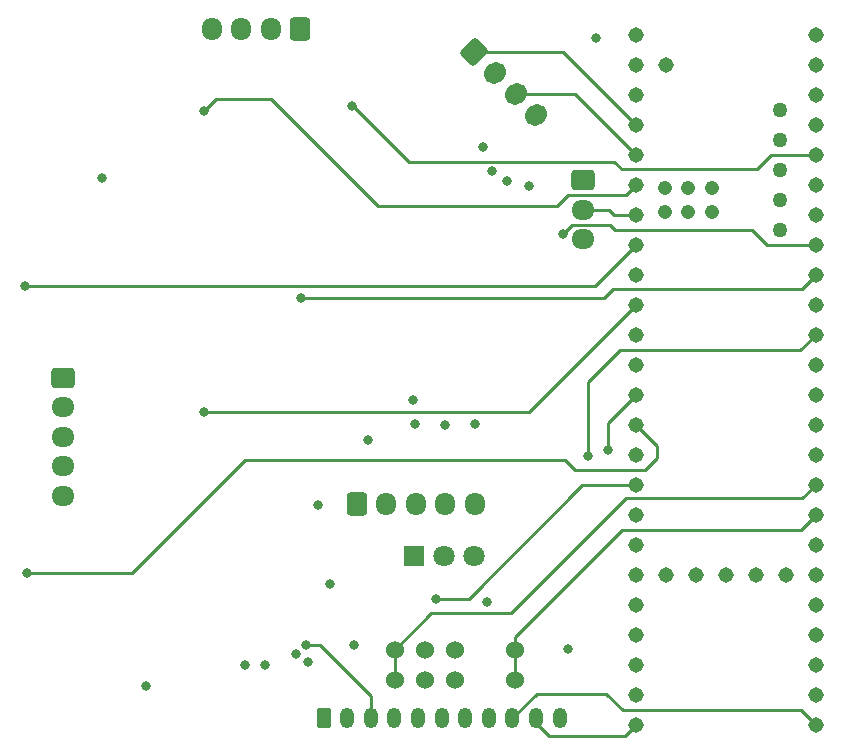
<source format=gbr>
%TF.GenerationSoftware,KiCad,Pcbnew,(5.99.0-12548-gc9aebb8529)*%
%TF.CreationDate,2021-09-28T22:04:13-04:00*%
%TF.ProjectId,TeensyWheel,5465656e-7379-4576-9865-656c2e6b6963,rev?*%
%TF.SameCoordinates,Original*%
%TF.FileFunction,Copper,L2,Inr*%
%TF.FilePolarity,Positive*%
%FSLAX46Y46*%
G04 Gerber Fmt 4.6, Leading zero omitted, Abs format (unit mm)*
G04 Created by KiCad (PCBNEW (5.99.0-12548-gc9aebb8529)) date 2021-09-28 22:04:13*
%MOMM*%
%LPD*%
G01*
G04 APERTURE LIST*
G04 Aperture macros list*
%AMRoundRect*
0 Rectangle with rounded corners*
0 $1 Rounding radius*
0 $2 $3 $4 $5 $6 $7 $8 $9 X,Y pos of 4 corners*
0 Add a 4 corners polygon primitive as box body*
4,1,4,$2,$3,$4,$5,$6,$7,$8,$9,$2,$3,0*
0 Add four circle primitives for the rounded corners*
1,1,$1+$1,$2,$3*
1,1,$1+$1,$4,$5*
1,1,$1+$1,$6,$7*
1,1,$1+$1,$8,$9*
0 Add four rect primitives between the rounded corners*
20,1,$1+$1,$2,$3,$4,$5,0*
20,1,$1+$1,$4,$5,$6,$7,0*
20,1,$1+$1,$6,$7,$8,$9,0*
20,1,$1+$1,$8,$9,$2,$3,0*%
%AMHorizOval*
0 Thick line with rounded ends*
0 $1 width*
0 $2 $3 position (X,Y) of the first rounded end (center of the circle)*
0 $4 $5 position (X,Y) of the second rounded end (center of the circle)*
0 Add line between two ends*
20,1,$1,$2,$3,$4,$5,0*
0 Add two circle primitives to create the rounded ends*
1,1,$1,$2,$3*
1,1,$1,$4,$5*%
G04 Aperture macros list end*
%TA.AperFunction,ComponentPad*%
%ADD10R,1.800000X1.800000*%
%TD*%
%TA.AperFunction,ComponentPad*%
%ADD11C,1.800000*%
%TD*%
%TA.AperFunction,ComponentPad*%
%ADD12C,1.524000*%
%TD*%
%TA.AperFunction,ComponentPad*%
%ADD13RoundRect,0.250000X-0.600000X-0.725000X0.600000X-0.725000X0.600000X0.725000X-0.600000X0.725000X0*%
%TD*%
%TA.AperFunction,ComponentPad*%
%ADD14O,1.700000X1.950000*%
%TD*%
%TA.AperFunction,ComponentPad*%
%ADD15RoundRect,0.250000X-0.936916X-0.088388X-0.088388X-0.936916X0.936916X0.088388X0.088388X0.936916X0*%
%TD*%
%TA.AperFunction,ComponentPad*%
%ADD16HorizOval,1.700000X-0.088388X-0.088388X0.088388X0.088388X0*%
%TD*%
%TA.AperFunction,ComponentPad*%
%ADD17RoundRect,0.250000X-0.350000X-0.625000X0.350000X-0.625000X0.350000X0.625000X-0.350000X0.625000X0*%
%TD*%
%TA.AperFunction,ComponentPad*%
%ADD18O,1.200000X1.750000*%
%TD*%
%TA.AperFunction,ComponentPad*%
%ADD19RoundRect,0.250000X0.600000X0.725000X-0.600000X0.725000X-0.600000X-0.725000X0.600000X-0.725000X0*%
%TD*%
%TA.AperFunction,ComponentPad*%
%ADD20C,1.308000*%
%TD*%
%TA.AperFunction,ComponentPad*%
%ADD21C,1.258000*%
%TD*%
%TA.AperFunction,ComponentPad*%
%ADD22C,1.208000*%
%TD*%
%TA.AperFunction,ComponentPad*%
%ADD23RoundRect,0.250000X-0.725000X0.600000X-0.725000X-0.600000X0.725000X-0.600000X0.725000X0.600000X0*%
%TD*%
%TA.AperFunction,ComponentPad*%
%ADD24O,1.950000X1.700000*%
%TD*%
%TA.AperFunction,ViaPad*%
%ADD25C,0.800000*%
%TD*%
%TA.AperFunction,Conductor*%
%ADD26C,0.250000*%
%TD*%
G04 APERTURE END LIST*
D10*
%TO.N,Net-(D1-Pad1)*%
%TO.C,D1*%
X84930000Y-145220000D03*
D11*
%TO.N,+3V3*%
X87470000Y-145220000D03*
%TO.N,Net-(D1-Pad3)*%
X90010000Y-145220000D03*
%TD*%
D12*
%TO.N,/SENSE_LOW*%
%TO.C,SW5*%
X83290000Y-155710000D03*
%TO.N,/SENSE_MED*%
X85830000Y-155710000D03*
%TO.N,GND*%
X88370000Y-155710000D03*
%TO.N,/SENSE_HIGH*%
X93450000Y-155710000D03*
%TO.N,/SENSE_LOW*%
X83290000Y-153170000D03*
%TO.N,/SENSE_MED*%
X85830000Y-153170000D03*
%TO.N,GND*%
X88370000Y-153170000D03*
%TO.N,/SENSE_HIGH*%
X93450000Y-153170000D03*
%TD*%
D13*
%TO.N,+3V3*%
%TO.C,J5*%
X80080000Y-140820000D03*
D14*
%TO.N,Net-(J5-Pad2)*%
X82580000Y-140820000D03*
%TO.N,Net-(J5-Pad3)*%
X85080000Y-140820000D03*
%TO.N,Net-(J5-Pad4)*%
X87580000Y-140820000D03*
%TO.N,Net-(J5-Pad5)*%
X90080000Y-140820000D03*
%TD*%
D15*
%TO.N,/BRAKE*%
%TO.C,J2*%
X90006218Y-102570482D03*
D16*
%TO.N,+3.3VA*%
X91773985Y-104338249D03*
%TO.N,/ACCEL*%
X93541752Y-106106016D03*
%TO.N,GND*%
X95309519Y-107873783D03*
%TD*%
D17*
%TO.N,GND*%
%TO.C,J3*%
X77280000Y-158940000D03*
D18*
%TO.N,+5V*%
X79280000Y-158940000D03*
%TO.N,/VIB_1_T*%
X81280000Y-158940000D03*
%TO.N,/VIB_2_T*%
X83280000Y-158940000D03*
%TO.N,/PAD_R*%
X85280000Y-158940000D03*
%TO.N,/PAD_L*%
X87280000Y-158940000D03*
%TO.N,/BTN_3*%
X89280000Y-158940000D03*
%TO.N,/BTN_1*%
X91280000Y-158940000D03*
%TO.N,/BTN_2*%
X93280000Y-158940000D03*
%TO.N,/BTN_4*%
X95280000Y-158940000D03*
%TO.N,GND*%
X97280000Y-158940000D03*
%TD*%
D19*
%TO.N,/GEAR_DOWN*%
%TO.C,J6*%
X75330000Y-100600000D03*
D14*
%TO.N,/GEAR_UP*%
X72830000Y-100600000D03*
%TO.N,/GEAR_REV*%
X70330000Y-100600000D03*
%TO.N,GND*%
X67830000Y-100600000D03*
%TD*%
D20*
%TO.N,/GEAR_DOWN*%
%TO.C,U1*%
X118970000Y-103630000D03*
%TO.N,/GEAR_UP*%
X118970000Y-106170000D03*
%TO.N,/GEAR_REV*%
X118970000Y-108710000D03*
%TO.N,/BTN_12*%
X118970000Y-111250000D03*
%TO.N,+3V3*%
X118970000Y-136650000D03*
X103730000Y-106170000D03*
X113890000Y-146810000D03*
%TO.N,/BTN_8*%
X118970000Y-113790000D03*
%TO.N,/BTN_7*%
X118970000Y-116330000D03*
D21*
%TO.N,/VUSB*%
X115920000Y-107440000D03*
D20*
%TO.N,/BTN_6*%
X118970000Y-118870000D03*
%TO.N,/DP_UP*%
X118970000Y-121410000D03*
%TO.N,/DP_RIGHT*%
X118970000Y-123950000D03*
%TO.N,/BTN_MODE*%
X118970000Y-126490000D03*
%TO.N,/LED1*%
X118970000Y-129030000D03*
%TO.N,/LED3*%
X118970000Y-131570000D03*
%TO.N,/LEDG*%
X118970000Y-134110000D03*
%TO.N,/BTN_9*%
X103730000Y-134110000D03*
%TO.N,/LED4*%
X103730000Y-131570000D03*
%TO.N,/LED2*%
X103730000Y-129030000D03*
%TO.N,/DP_DOWN*%
X103730000Y-126490000D03*
%TO.N,/DP_LEFT*%
X103730000Y-123950000D03*
%TO.N,unconnected-(U1-Pad18)*%
X103730000Y-121410000D03*
%TO.N,/BTN_5*%
X103730000Y-118870000D03*
%TO.N,/WHEEL*%
X103730000Y-116330000D03*
%TO.N,/BTN_11*%
X103730000Y-113790000D03*
%TO.N,/ACCEL*%
X103730000Y-111250000D03*
%TO.N,/BRAKE*%
X103730000Y-108710000D03*
%TO.N,/SENSE_LOW*%
X118970000Y-139190000D03*
%TO.N,/SENSE_HIGH*%
X118970000Y-141730000D03*
%TO.N,unconnected-(U1-Pad26)*%
X118970000Y-144270000D03*
%TO.N,unconnected-(U1-Pad27)*%
X118970000Y-146810000D03*
%TO.N,unconnected-(U1-Pad28)*%
X118970000Y-149350000D03*
%TO.N,unconnected-(U1-Pad29)*%
X118970000Y-151890000D03*
%TO.N,/PAD_L*%
X118970000Y-154430000D03*
%TO.N,/BTN_3*%
X118970000Y-156970000D03*
%TO.N,/BTN_2*%
X118970000Y-159510000D03*
%TO.N,/BTN_4*%
X103730000Y-159510000D03*
%TO.N,/BTN_1*%
X103730000Y-156970000D03*
%TO.N,/PAD_R*%
X103730000Y-154430000D03*
%TO.N,/VIB_2*%
X103730000Y-151890000D03*
%TO.N,/VIB_1*%
X103730000Y-149350000D03*
%TO.N,unconnected-(U1-Pad38)*%
X103730000Y-146810000D03*
%TO.N,/BTN_10*%
X103730000Y-144270000D03*
%TO.N,/SENSE_MED*%
X103730000Y-141730000D03*
%TO.N,/LEDR*%
X103730000Y-139190000D03*
D21*
%TO.N,/USB_DP*%
X115920000Y-112520000D03*
%TO.N,/USB_DN*%
X115920000Y-109980000D03*
D20*
%TO.N,GND*%
X118970000Y-101090000D03*
X103730000Y-136650000D03*
X103730000Y-103630000D03*
X111350000Y-146810000D03*
D22*
X108180000Y-116060000D03*
%TO.N,unconnected-(U1-PadLED)*%
X108180000Y-114060000D03*
D20*
%TO.N,unconnected-(U1-PadON/OFF)*%
X106270000Y-146810000D03*
%TO.N,unconnected-(U1-PadPROGRAM)*%
X108810000Y-146810000D03*
D22*
%TO.N,unconnected-(U1-PadR+)*%
X106180000Y-114060000D03*
%TO.N,N/C*%
X106180000Y-116060000D03*
%TO.N,unconnected-(U1-PadT+)*%
X110180000Y-116060000D03*
%TO.N,N/C*%
X110180000Y-114060000D03*
D21*
%TO.N,GND*%
X115920000Y-115060000D03*
X115920000Y-117600000D03*
D20*
%TO.N,unconnected-(U1-PadVBAT)*%
X116430000Y-146810000D03*
%TO.N,+5V*%
X103730000Y-101090000D03*
%TO.N,unconnected-(U1-PadVUSB)*%
X106270000Y-103630000D03*
%TD*%
D23*
%TO.N,+3.3VA*%
%TO.C,J1*%
X99250000Y-113390000D03*
D24*
%TO.N,/WHEEL*%
X99250000Y-115890000D03*
%TO.N,GND*%
X99250000Y-118390000D03*
%TD*%
D23*
%TO.N,/VUSB*%
%TO.C,J4*%
X55220000Y-130130000D03*
D24*
%TO.N,/USB_DN*%
X55220000Y-132630000D03*
%TO.N,/USB_DP*%
X55220000Y-135130000D03*
%TO.N,GND*%
X55220000Y-137630000D03*
X55220000Y-140130000D03*
%TD*%
D25*
%TO.N,GND*%
X100330000Y-101330000D03*
X90791687Y-110586193D03*
X70640000Y-154477500D03*
X94700000Y-113910000D03*
X75943679Y-154208014D03*
X92817252Y-113504754D03*
X77850000Y-147600000D03*
X79894976Y-152755500D03*
X72320000Y-154457500D03*
%TO.N,/VIB_1_T*%
X75768464Y-152755500D03*
%TO.N,/LED4*%
X81082500Y-135377500D03*
X101370000Y-136270000D03*
%TO.N,/LED3*%
X85010000Y-134040000D03*
%TO.N,/LED2*%
X87570000Y-134160000D03*
%TO.N,/LED1*%
X90090000Y-134070000D03*
%TO.N,/LEDR*%
X86843553Y-148818955D03*
%TO.N,/LEDG*%
X91120000Y-149080000D03*
%TO.N,Net-(R8-Pad2)*%
X97980000Y-153060000D03*
X74920000Y-153480000D03*
%TO.N,/DP_UP*%
X75400000Y-123360000D03*
%TO.N,/DP_DOWN*%
X76810000Y-140910000D03*
%TO.N,/DP_LEFT*%
X67160000Y-132990000D03*
%TO.N,/DP_RIGHT*%
X84890000Y-132029500D03*
%TO.N,/BTN_5*%
X51990000Y-122400000D03*
%TO.N,/BTN_6*%
X97520000Y-117930000D03*
%TO.N,/BTN_7*%
X58544489Y-113220000D03*
%TO.N,/BTN_8*%
X91530000Y-112600000D03*
%TO.N,/BTN_9*%
X52150000Y-146670000D03*
%TO.N,/BTN_10*%
X62280000Y-156260000D03*
%TO.N,/BTN_11*%
X67160489Y-107535511D03*
%TO.N,/BTN_12*%
X79700000Y-107100000D03*
%TO.N,/BTN_MODE*%
X99640000Y-136790000D03*
%TD*%
D26*
%TO.N,/BTN_11*%
X97970000Y-114650000D02*
X97070000Y-115550000D01*
X81890000Y-115550000D02*
X72830000Y-106490000D01*
X72830000Y-106490000D02*
X68206000Y-106490000D01*
X102870000Y-114650000D02*
X97970000Y-114650000D01*
X68206000Y-106490000D02*
X67160489Y-107535511D01*
X103730000Y-113790000D02*
X102870000Y-114650000D01*
X97070000Y-115550000D02*
X81890000Y-115550000D01*
%TO.N,/WHEEL*%
X99250000Y-115890000D02*
X101450000Y-115890000D01*
X101890000Y-116330000D02*
X103730000Y-116330000D01*
X101450000Y-115890000D02*
X101890000Y-116330000D01*
%TO.N,/BRAKE*%
X97590482Y-102570482D02*
X103730000Y-108710000D01*
X90006218Y-102570482D02*
X97590482Y-102570482D01*
%TO.N,/ACCEL*%
X93541752Y-106106016D02*
X98586016Y-106106016D01*
X98586016Y-106106016D02*
X103730000Y-111250000D01*
%TO.N,/VIB_1_T*%
X81280000Y-157080000D02*
X76955500Y-152755500D01*
X76955500Y-152755500D02*
X75768464Y-152755500D01*
X81280000Y-158940000D02*
X81280000Y-157080000D01*
%TO.N,/BTN_2*%
X95350000Y-156870000D02*
X101230000Y-156870000D01*
X102630000Y-158270000D02*
X117730000Y-158270000D01*
X101230000Y-156870000D02*
X102630000Y-158270000D01*
X117730000Y-158270000D02*
X118970000Y-159510000D01*
X93280000Y-158940000D02*
X95350000Y-156870000D01*
%TO.N,/BTN_4*%
X95280000Y-159350000D02*
X96350000Y-160420000D01*
X96350000Y-160420000D02*
X102820000Y-160420000D01*
X102820000Y-160420000D02*
X103730000Y-159510000D01*
%TO.N,/LED4*%
X101370000Y-136270000D02*
X101370000Y-133930000D01*
X101370000Y-133930000D02*
X103730000Y-131570000D01*
%TO.N,/LEDR*%
X89571045Y-148818955D02*
X86843553Y-148818955D01*
X103730000Y-139190000D02*
X99200000Y-139190000D01*
X99200000Y-139190000D02*
X89571045Y-148818955D01*
%TO.N,/SENSE_LOW*%
X102870000Y-140350000D02*
X117810000Y-140350000D01*
X83290000Y-153170000D02*
X86380000Y-150080000D01*
X83290000Y-153170000D02*
X83290000Y-155710000D01*
X117810000Y-140350000D02*
X118970000Y-139190000D01*
X93140000Y-150080000D02*
X102870000Y-140350000D01*
X86380000Y-150080000D02*
X93140000Y-150080000D01*
%TO.N,/DP_UP*%
X117790000Y-122590000D02*
X118970000Y-121410000D01*
X101830000Y-122590000D02*
X117790000Y-122590000D01*
X101060000Y-123360000D02*
X101830000Y-122590000D01*
X75400000Y-123360000D02*
X101060000Y-123360000D01*
%TO.N,/DP_LEFT*%
X94690000Y-132990000D02*
X103730000Y-123950000D01*
X67160000Y-132990000D02*
X94690000Y-132990000D01*
%TO.N,/SENSE_HIGH*%
X102532370Y-143010000D02*
X117690000Y-143010000D01*
X117690000Y-143010000D02*
X118970000Y-141730000D01*
X93450000Y-153170000D02*
X93450000Y-155710000D01*
X93450000Y-153170000D02*
X93450000Y-152092370D01*
X93450000Y-152092370D02*
X102532370Y-143010000D01*
%TO.N,/BTN_5*%
X100270000Y-122330000D02*
X103730000Y-118870000D01*
X52060000Y-122330000D02*
X100270000Y-122330000D01*
X51990000Y-122400000D02*
X52060000Y-122330000D01*
%TO.N,/BTN_6*%
X113530000Y-117590000D02*
X114810000Y-118870000D01*
X101570000Y-117160000D02*
X102000000Y-117590000D01*
X98290000Y-117160000D02*
X101570000Y-117160000D01*
X97520000Y-117930000D02*
X98290000Y-117160000D01*
X114810000Y-118870000D02*
X118970000Y-118870000D01*
X102000000Y-117590000D02*
X113530000Y-117590000D01*
%TO.N,/BTN_9*%
X98580000Y-137950000D02*
X104490000Y-137950000D01*
X52150000Y-146670000D02*
X61080000Y-146670000D01*
X105490000Y-136950000D02*
X105490000Y-135870000D01*
X105490000Y-135870000D02*
X103730000Y-134110000D01*
X104490000Y-137950000D02*
X105490000Y-136950000D01*
X70660000Y-137090000D02*
X97720000Y-137090000D01*
X61080000Y-146670000D02*
X70660000Y-137090000D01*
X97720000Y-137090000D02*
X98580000Y-137950000D01*
%TO.N,/BTN_12*%
X79740000Y-107100000D02*
X84480000Y-111840000D01*
X102510000Y-112450000D02*
X113980000Y-112450000D01*
X84480000Y-111840000D02*
X101900000Y-111840000D01*
X79700000Y-107100000D02*
X79740000Y-107100000D01*
X115180000Y-111250000D02*
X118970000Y-111250000D01*
X101900000Y-111840000D02*
X102510000Y-112450000D01*
X113980000Y-112450000D02*
X115180000Y-111250000D01*
%TO.N,/BTN_MODE*%
X99640000Y-130530000D02*
X102360000Y-127810000D01*
X102360000Y-127810000D02*
X117650000Y-127810000D01*
X99640000Y-136790000D02*
X99640000Y-130530000D01*
X117650000Y-127810000D02*
X118970000Y-126490000D01*
%TD*%
M02*

</source>
